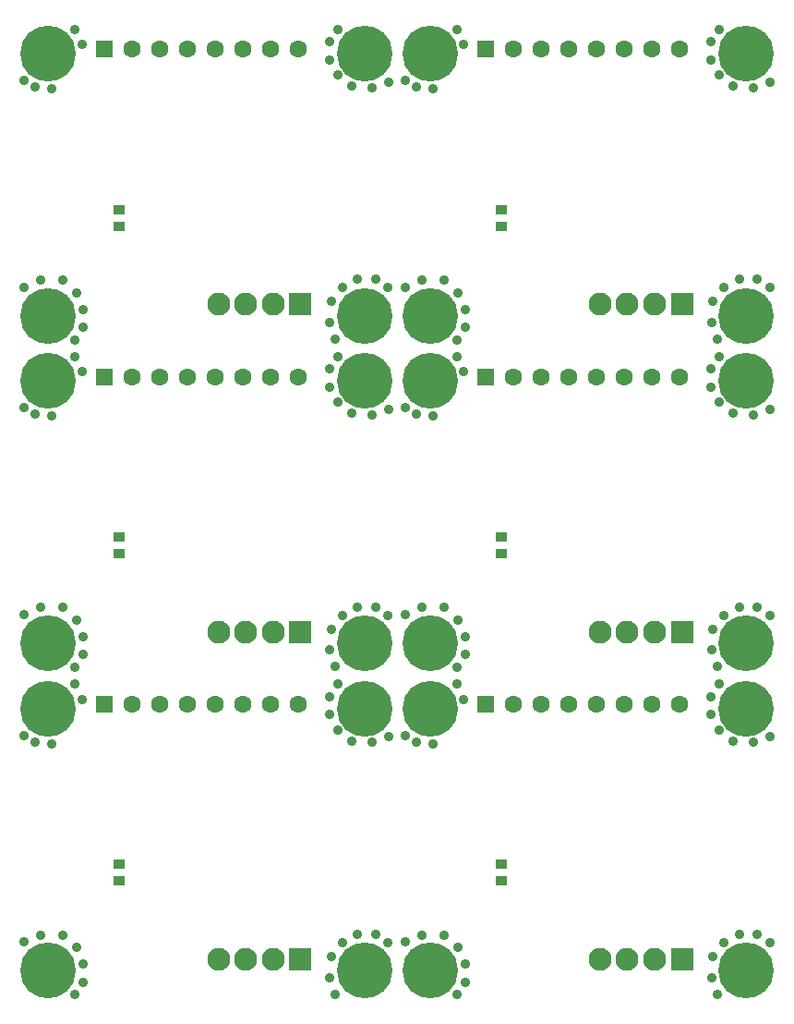
<source format=gbs>
G04 Layer: BottomSolderMaskLayer*
G04 EasyEDA Pro v2.1.64.d1969c9c.217bcf, 2025-01-15 01:44:41*
G04 Gerber Generator version 0.3*
G04 Scale: 100 percent, Rotated: No, Reflected: No*
G04 Dimensions in millimeters*
G04 Leading zeros omitted, absolute positions, 3 integers and 5 decimals*
G04 Panelize: V-CUT, Column: 2, Row: 3, Board Size: 35.001mm x 30mm, Panelized Board Size: 69.997mm x 89.992mm, Panelized Method: All Objects*
%FSLAX35Y35*%
%MOMM*%
%AMRoundRect*1,1,$1,$2,$3*1,1,$1,$4,$5*1,1,$1,0-$2,0-$3*1,1,$1,0-$4,0-$5*20,1,$1,$2,$3,$4,$5,0*20,1,$1,$4,$5,0-$2,0-$3,0*20,1,$1,0-$2,0-$3,0-$4,0-$5,0*20,1,$1,0-$4,0-$5,$2,$3,0*4,1,4,$2,$3,$4,$5,0-$2,0-$3,0-$4,0-$5,$2,$3,0*%
%ADD10C,5.102*%
%ADD11C,0.902*%
%ADD12RoundRect,0.0959X-0.75305X0.75305X0.75305X0.75305*%
%ADD13C,1.602*%
%ADD14C,2.1016*%
%ADD15RoundRect,0.09691X1.00234X-1.00234X-1.00234X-1.00234*%
%ADD16RoundRect,0.09138X0.43712X0.40835X0.43712X-0.40835*%
G75*


%SRX2Y3I34.99746J29.99746*%

G04 Pad Start*
G54D10*
G01X3200000Y-2700000D03*
G01X3200000Y-300000D03*
G01X300000Y-300000D03*
G01X300000Y-2700000D03*
G54D11*
G01X76200Y-2438400D03*
G01X228600Y-2374900D03*
G01X431800Y-2374900D03*
G01X558800Y-2489200D03*
G01X622300Y-2641600D03*
G01X622300Y-2806700D03*
G01X546100Y-2921000D03*
G01X2933700Y-2914650D03*
G01X2882900Y-2762250D03*
G01X2895600Y-2571750D03*
G01X2997200Y-2444750D03*
G01X3136900Y-2368550D03*
G01X3302000Y-2368550D03*
G01X3416300Y-2444750D03*
G01X3422650Y-558800D03*
G01X3270250Y-609600D03*
G01X3079750Y-596900D03*
G01X2952750Y-495300D03*
G01X2876550Y-355600D03*
G01X2876550Y-190500D03*
G01X2952750Y-76200D03*
G01X546100Y-76200D03*
G01X609600Y-215900D03*
G01X330200Y-622300D03*
G01X177800Y-603250D03*
G01X76200Y-546100D03*
G54D12*
G01X810448Y-259174D03*
G54D13*
G01X1064448Y-259174D03*
G01X1318448Y-259174D03*
G01X1572448Y-259174D03*
G01X1826448Y-259174D03*
G01X2080448Y-259174D03*
G01X2334448Y-259174D03*
G01X2588448Y-259174D03*
G54D14*
G01X1860647Y-2595295D03*
G01X2110659Y-2595295D03*
G01X2360646Y-2595295D03*
G54D15*
G01X2610658Y-2595295D03*
G54D16*
G01X952500Y-1878736D03*
G01X952500Y-1728064D03*
G04 Pad End*
%SR*%

M02*

</source>
